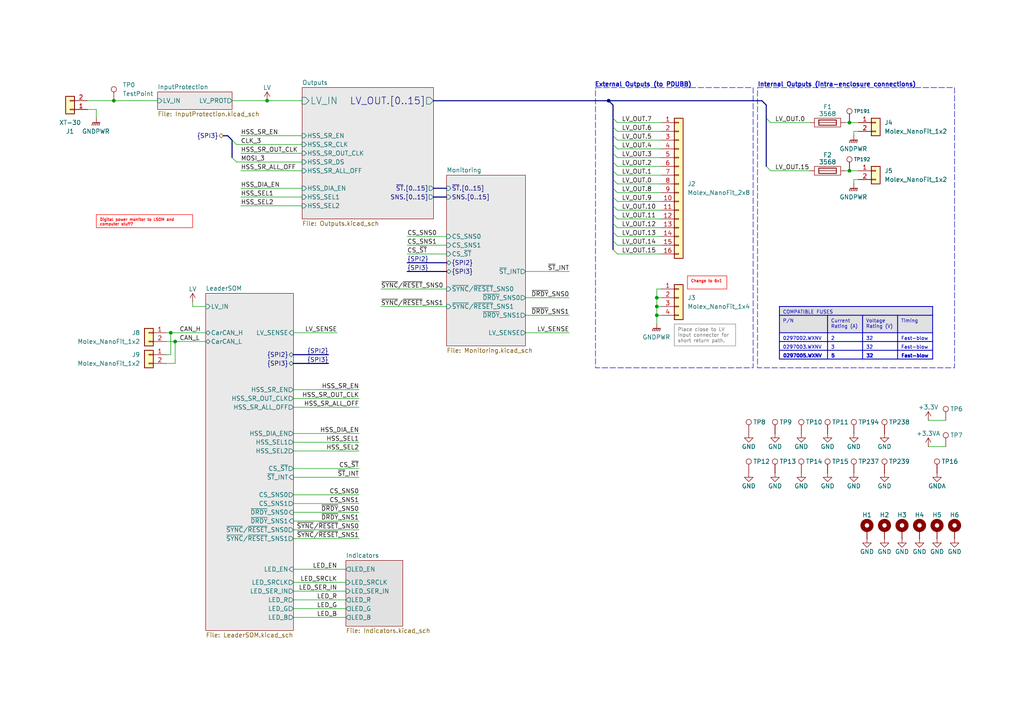
<source format=kicad_sch>
(kicad_sch (version 20250114) (generator "eeschema") (generator_version "9.0")
  (paper "A4")
  (title_block (title "Big Brain Power Distribution Unit (Mk.1)") (rev "0") (company "Longhorn Racing Solar") (comment 1 "Changxu Liu") (comment 4 "In Memory of Wataru Yasueda (2023-2025)"))
  (lib_symbols
    (symbol "Connector:TestPoint" (pin_numbers (hide yes)) (pin_names (offset 0.762) (hide yes))
      (property "Reference" "TP" (at 0 6.858 0))
      (property "Value" "TestPoint" (at 0 5.08 0))
      (symbol "TestPoint_0_1"
        (circle (center 0 3.302) (radius 0.762))
      )
      (symbol "TestPoint_1_1"
        (pin passive line (at 0 0 90) (length 2.54) (name "1") (number "1"))
      )
    )
    (symbol "Mechanical:MountingHole_Pad" (pin_numbers (hide yes)) (pin_names (offset 1.016) (hide yes)) (in_bom no)
      (property "Reference" "H" (at 0 6.35 0))
      (property "Value" "MountingHole_Pad" (at 0 4.445 0))
      (symbol "MountingHole_Pad_0_1"
        (circle (center 0 1.27) (radius 1.27) (stroke (width 1.27)))
      )
      (symbol "MountingHole_Pad_1_1"
        (pin input line (at 0 -2.54 90) (length 2.54) (name "1") (number "1"))
      )
    )
    (symbol "PowerDistributionUnitLib:3568" (pin_numbers (hide yes)) (pin_names (offset 0))
      (property "Reference" "F" (at 0 2.54 0))
      (property "Value" "3568" (at 0 -2.794 0))
      (symbol "3568_0_1"
        (rectangle (start -3.81 1.27) (end 3.81 -1.27))
        (polyline (pts (xy -2.54 0) (xy 2.54 0)))
        (rectangle (start 2.54 -0.762) (end -2.54 0.762) (stroke (width 0.254)))
      )
      (symbol "3568_1_1"
        (pin passive line (at -5.08 0 0) (length 1.27) (name "~") (number "1"))
        (pin passive line (at 5.08 0 180) (length 1.27) (name "~") (number "2"))
      )
    )
    (symbol "PowerDistributionUnitLib:AMASS_XT-30_Vertical" (pin_names (offset 1.016) (hide yes))
      (property "Reference" "J" (at 0 2.54 0))
      (property "Value" "XT-30" (at 0 -5.08 0))
      (symbol "AMASS_XT-30_Vertical_1_1"
        (rectangle (start -1.27 1.27) (end 1.27 -3.81) (stroke (width 0.254)) (fill (type background)))
        (rectangle (start -1.27 0.127) (end 0 -0.127) (stroke (width 0.1524)))
        (rectangle (start -1.27 -2.413) (end 0 -2.667) (stroke (width 0.1524)))
        (pin passive line (at -5.08 0 0) (length 3.81) (name "Pin_1") (number "1"))
        (pin passive line (at -5.08 -2.54 0) (length 3.81) (name "Pin_2") (number "2"))
      )
    )
    (symbol "PowerDistributionUnitLib:Molex_NanoFit_1x2" (pin_names (offset 1.016) (hide yes))
      (property "Reference" "J" (at 0 2.54 0))
      (property "Value" "Molex_NanoFit_1x2" (at 0 -5.08 0))
      (symbol "Molex_NanoFit_1x2_1_1"
        (rectangle (start -1.27 1.27) (end 1.27 -3.81) (stroke (width 0.254)) (fill (type background)))
        (rectangle (start -1.27 0.127) (end 0 -0.127) (stroke (width 0.1524)))
        (rectangle (start -1.27 -2.413) (end 0 -2.667) (stroke (width 0.1524)))
        (pin passive line (at -5.08 0 0) (length 3.81) (name "Pin_1") (number "1"))
        (pin passive line (at -5.08 -2.54 0) (length 3.81) (name "Pin_2") (number "2"))
      )
    )
    (symbol "PowerDistributionUnitLib:Molex_NanoFit_1x4" (pin_names (offset 1.016) (hide yes))
      (property "Reference" "J" (at 0 5.08 0))
      (property "Value" "Molex_NanoFit_1x4" (at 0 -7.62 0))
      (symbol "Molex_NanoFit_1x4_1_1"
        (rectangle (start -1.27 3.81) (end 1.27 -6.35) (stroke (width 0.254)) (fill (type background)))
        (rectangle (start -1.27 2.667) (end 0 2.413) (stroke (width 0.1524)))
        (rectangle (start -1.27 0.127) (end 0 -0.127) (stroke (width 0.1524)))
        (rectangle (start -1.27 -2.413) (end 0 -2.667) (stroke (width 0.1524)))
        (rectangle (start -1.27 -4.953) (end 0 -5.207) (stroke (width 0.1524)))
        (pin passive line (at -5.08 2.54 0) (length 3.81) (name "Pin_1") (number "1"))
        (pin passive line (at -5.08 0 0) (length 3.81) (name "Pin_2") (number "2"))
        (pin passive line (at -5.08 -2.54 0) (length 3.81) (name "Pin_3") (number "3"))
        (pin passive line (at -5.08 -5.08 0) (length 3.81) (name "Pin_4") (number "4"))
      )
    )
    (symbol "PowerDistributionUnitLib:Molex_NanoFit_2x8_Alt" (pin_names (offset 1.016) (hide yes))
      (property "Reference" "J" (at 0 20.32 0))
      (property "Value" "Molex_NanoFit_2x8" (at 0 -22.86 0))
      (symbol "Molex_NanoFit_2x8_Alt_1_1"
        (rectangle (start -1.27 19.05) (end 1.27 -21.59) (stroke (width 0.254)) (fill (type background)))
        (rectangle (start -1.27 17.907) (end 0 17.653) (stroke (width 0.1524)))
        (rectangle (start -1.27 15.367) (end 0 15.113) (stroke (width 0.1524)))
        (rectangle (start -1.27 12.827) (end 0 12.573) (stroke (width 0.1524)))
        (rectangle (start -1.27 10.287) (end 0 10.033) (stroke (width 0.1524)))
        (rectangle (start -1.27 7.747) (end 0 7.493) (stroke (width 0.1524)))
        (rectangle (start -1.27 5.207) (end 0 4.953) (stroke (width 0.1524)))
        (rectangle (start -1.27 2.667) (end 0 2.413) (stroke (width 0.1524)))
        (rectangle (start -1.27 0.127) (end 0 -0.127) (stroke (width 0.1524)))
        (rectangle (start -1.27 -2.413) (end 0 -2.667) (stroke (width 0.1524)))
        (rectangle (start -1.27 -4.953) (end 0 -5.207) (stroke (width 0.1524)))
        (rectangle (start -1.27 -7.493) (end 0 -7.747) (stroke (width 0.1524)))
        (rectangle (start -1.27 -10.033) (end 0 -10.287) (stroke (width 0.1524)))
        (rectangle (start -1.27 -12.573) (end 0 -12.827) (stroke (width 0.1524)))
        (rectangle (start -1.27 -15.113) (end 0 -15.367) (stroke (width 0.1524)))
        (rectangle (start -1.27 -17.653) (end 0 -17.907) (stroke (width 0.1524)))
        (rectangle (start -1.27 -20.193) (end 0 -20.447) (stroke (width 0.1524)))
        (pin passive line (at -5.08 17.78 0) (length 3.81) (name "Pin_1") (number "1"))
        (pin passive line (at -5.08 15.24 0) (length 3.81) (name "Pin_2") (number "2"))
        (pin passive line (at -5.08 12.7 0) (length 3.81) (name "Pin_3") (number "3"))
        (pin passive line (at -5.08 10.16 0) (length 3.81) (name "Pin_4") (number "4"))
        (pin passive line (at -5.08 7.62 0) (length 3.81) (name "Pin_5") (number "5"))
        (pin passive line (at -5.08 5.08 0) (length 3.81) (name "Pin_6") (number "6"))
        (pin passive line (at -5.08 2.54 0) (length 3.81) (name "Pin_7") (number "7"))
        (pin passive line (at -5.08 0 0) (length 3.81) (name "Pin_8") (number "8"))
        (pin passive line (at -5.08 -2.54 0) (length 3.81) (name "Pin_9") (number "9"))
        (pin passive line (at -5.08 -5.08 0) (length 3.81) (name "Pin_10") (number "10"))
        (pin passive line (at -5.08 -7.62 0) (length 3.81) (name "Pin_11") (number "11"))
        (pin passive line (at -5.08 -10.16 0) (length 3.81) (name "Pin_12") (number "12"))
        (pin passive line (at -5.08 -12.7 0) (length 3.81) (name "Pin_13") (number "13"))
        (pin passive line (at -5.08 -15.24 0) (length 3.81) (name "Pin_14") (number "14"))
        (pin passive line (at -5.08 -17.78 0) (length 3.81) (name "Pin_15") (number "15"))
        (pin passive line (at -5.08 -20.32 0) (length 3.81) (name "Pin_16") (number "16"))
      )
    )
    (symbol "power:+24V" (power) (pin_numbers (hide yes)) (pin_names (offset 0) (hide yes))
      (property "Value" "+24V" (at 0 3.556 0))
      (symbol "+24V_0_1"
        (polyline (pts (xy -0.762 1.27) (xy 0 2.54)))
        (polyline (pts (xy 0 2.54) (xy 0.762 1.27)))
        (polyline (pts (xy 0 0) (xy 0 2.54)))
      )
      (symbol "+24V_1_1"
        (pin power_in line (at 0 0 90) (length 0) (name "~") (number "1"))
      )
    )
    (symbol "power:+3.3V" (power) (pin_numbers (hide yes)) (pin_names (offset 0) (hide yes))
      (property "Value" "+3.3V" (at 0 3.556 0))
      (symbol "+3.3V_0_1"
        (polyline (pts (xy -0.762 1.27) (xy 0 2.54)))
        (polyline (pts (xy 0 2.54) (xy 0.762 1.27)))
        (polyline (pts (xy 0 0) (xy 0 2.54)))
      )
      (symbol "+3.3V_1_1"
        (pin power_in line (at 0 0 90) (length 0) (name "~") (number "1"))
      )
    )
    (symbol "power:+3.3VA" (power) (pin_numbers (hide yes)) (pin_names (offset 0) (hide yes))
      (property "Value" "+3.3VA" (at 0 3.556 0))
      (symbol "+3.3VA_0_1"
        (polyline (pts (xy -0.762 1.27) (xy 0 2.54)))
        (polyline (pts (xy 0 2.54) (xy 0.762 1.27)))
        (polyline (pts (xy 0 0) (xy 0 2.54)))
      )
      (symbol "+3.3VA_1_1"
        (pin power_in line (at 0 0 90) (length 0) (name "~") (number "1"))
      )
    )
    (symbol "power:GND" (power) (pin_numbers (hide yes)) (pin_names (offset 0) (hide yes))
      (property "Value" "GND" (at 0 -3.81 0))
      (symbol "GND_0_1"
        (polyline (pts (xy 0 0) (xy 0 -1.27) (xy 1.27 -1.27) (xy 0 -2.54) (xy -1.27 -1.27) (xy 0 -1.27)))
      )
      (symbol "GND_1_1"
        (pin power_in line (at 0 0 270) (length 0) (name "~") (number "1"))
      )
    )
    (symbol "power:GNDA" (power) (pin_numbers (hide yes)) (pin_names (offset 0) (hide yes))
      (property "Value" "GNDA" (at 0 -3.81 0))
      (symbol "GNDA_0_1"
        (polyline (pts (xy 0 0) (xy 0 -1.27) (xy 1.27 -1.27) (xy 0 -2.54) (xy -1.27 -1.27) (xy 0 -1.27)))
      )
      (symbol "GNDA_1_1"
        (pin power_in line (at 0 0 270) (length 0) (name "~") (number "1"))
      )
    )
    (symbol "power:GNDPWR" (power) (pin_numbers (hide yes)) (pin_names (offset 0) (hide yes))
      (property "Value" "GNDPWR" (at 0 -3.302 0))
      (symbol "GNDPWR_0_1"
        (polyline (pts (xy -1.016 -1.27) (xy -1.27 -2.032) (xy -1.27 -2.032)) (stroke (width 0.2032)))
        (polyline (pts (xy -0.508 -1.27) (xy -0.762 -2.032) (xy -0.762 -2.032)) (stroke (width 0.2032)))
        (polyline (pts (xy 0 -1.27) (xy 0 0)))
        (polyline (pts (xy 0 -1.27) (xy -0.254 -2.032) (xy -0.254 -2.032)) (stroke (width 0.2032)))
        (polyline (pts (xy 0.508 -1.27) (xy 0.254 -2.032) (xy 0.254 -2.032)) (stroke (width 0.2032)))
        (polyline (pts (xy 1.016 -1.27) (xy -1.016 -1.27) (xy -1.016 -1.27)) (stroke (width 0.2032)))
        (polyline (pts (xy 1.016 -1.27) (xy 0.762 -2.032) (xy 0.762 -2.032) (xy 0.762 -2.032)) (stroke (width 0.2032)))
      )
      (symbol "GNDPWR_1_1"
        (pin power_in line (at 0 0 270) (length 0) (name "~") (number "1"))
      )
    )
  )
  (rectangle (start 219.71 25.4) (end 276.86 106.68) (stroke (width 0) (type dash)))
  (rectangle (start 172.72 25.4) (end 218.44 106.68) (stroke (width 0) (type dash)))
  (text "Internal Outputs (intra-enclosure connections)" (at 219.71 24.638 0) (effects (font (size 1.27 1.27) (thickness 0.254) (bold yes)) (justify left)))
  (text "External Outputs (to PDUBB)" (at 172.466 24.638 0) (effects (font (size 1.27 1.27) (thickness 0.254) (bold yes)) (justify left)))
  (text_box "Place close to LV input connector for short return path." (at 195.58 93.98 0) (size 17.78 6.35) (margins 0.9525 0.9525 0.9525 0.9525) (stroke (width 0) (color 132 132 132 1)) (effects (font (size 1 1)) (justify left top)))
  (text_box "Digital power monitor to LSOM and computer stuff?" (at 27.94 62.23 0) (size 27.94 3.81) (margins 0.9525 0.9525 0.9525 0.9525) (stroke (width 0) (color 255 0 0 1)) (effects (font (size 0.8 0.8)) (justify left top)))
  (text_box "Change to 6x1" (at 199.39 80.01 0) (size 11.43 3.81) (margins 0.9525 0.9525 0.9525 0.9525) (stroke (width 0) (color 255 0 0 1)) (effects (font (size 0.8 0.8)) (justify left top)))
  (junction (at 176.53 29.21))
  (junction (at 33.02 29.21))
  (junction (at 246.38 49.53))
  (junction (at 77.47 29.21))
  (junction (at 50.8 99.06))
  (junction (at 246.38 35.56))
  (junction (at 49.53 96.52))
  (junction (at 190.5 91.44))
  (junction (at 190.5 86.36))
  (junction (at 190.5 88.9))
  (bus_entry (at 177.8 67.31) (size 1.27 1.27))
  (bus_entry (at 177.8 44.45) (size 1.27 1.27))
  (bus_entry (at 222.25 34.29) (size 1.27 1.27))
  (bus_entry (at 222.25 48.26) (size 1.27 1.27))
  (bus_entry (at 177.8 39.37) (size 1.27 1.27))
  (bus_entry (at 177.8 52.07) (size 1.27 1.27))
  (bus_entry (at 177.8 57.15) (size 1.27 1.27))
  (bus_entry (at 177.8 46.99) (size 1.27 1.27))
  (bus_entry (at 177.8 49.53) (size 1.27 1.27))
  (bus_entry (at 177.8 64.77) (size 1.27 1.27))
  (bus_entry (at 177.8 36.83) (size 1.27 1.27))
  (bus_entry (at 177.8 54.61) (size 1.27 1.27))
  (bus_entry (at 177.8 34.29) (size 1.27 1.27))
  (bus_entry (at 67.31 45.72) (size 1.27 1.27))
  (bus_entry (at 177.8 69.85) (size 1.27 1.27))
  (bus_entry (at 177.8 41.91) (size 1.27 1.27))
  (bus_entry (at 177.8 72.39) (size 1.27 1.27))
  (bus_entry (at 177.8 62.23) (size 1.27 1.27))
  (bus_entry (at 177.8 59.69) (size 1.27 1.27))
  (bus_entry (at 67.31 40.64) (size 1.27 1.27))
  (bus (pts (xy 177.8 54.61) (xy 177.8 57.15)))
  (wire (pts (xy 179.07 71.12) (xy 191.77 71.12)))
  (wire (pts (xy 179.07 73.66) (xy 191.77 73.66)))
  (wire (pts (xy 85.09 128.27) (xy 104.14 128.27)))
  (wire (pts (xy 85.09 125.73) (xy 104.14 125.73)))
  (wire (pts (xy 118.11 73.66) (xy 129.54 73.66)))
  (wire (pts (xy 85.09 146.05) (xy 104.14 146.05)))
  (wire (pts (xy 67.31 29.21) (xy 77.47 29.21)))
  (wire (pts (xy 190.5 88.9) (xy 190.5 91.44)))
  (bus (pts (xy 177.8 49.53) (xy 177.8 52.07)))
  (wire (pts (xy 49.53 96.52) (xy 49.53 102.87)))
  (wire (pts (xy 85.09 148.59) (xy 104.14 148.59)))
  (bus (pts (xy 177.8 69.85) (xy 177.8 72.39)))
  (wire (pts (xy 269.24 121.92) (xy 274.32 121.92)))
  (wire (pts (xy 247.65 52.07) (xy 247.65 53.34)))
  (wire (pts (xy 68.58 46.99) (xy 87.63 46.99)))
  (wire (pts (xy 49.53 96.52) (xy 59.69 96.52)))
  (wire (pts (xy 247.65 38.1) (xy 247.65 39.37)))
  (wire (pts (xy 69.85 49.53) (xy 87.63 49.53)))
  (wire (pts (xy 85.09 165.1) (xy 100.33 165.1)))
  (wire (pts (xy 69.85 39.37) (xy 87.63 39.37)))
  (wire (pts (xy 190.5 83.82) (xy 191.77 83.82)))
  (bus (pts (xy 176.53 29.21) (xy 220.98 29.21)))
  (wire (pts (xy 85.09 143.51) (xy 104.14 143.51)))
  (bus (pts (xy 118.11 78.74) (xy 129.54 78.74)))
  (wire (pts (xy 27.94 31.75) (xy 27.94 34.29)))
  (bus (pts (xy 118.11 76.2) (xy 129.54 76.2)))
  (wire (pts (xy 179.07 45.72) (xy 191.77 45.72)))
  (wire (pts (xy 85.09 115.57) (xy 104.14 115.57)))
  (wire (pts (xy 110.49 83.82) (xy 129.54 83.82)))
  (wire (pts (xy 50.8 99.06) (xy 50.8 105.41)))
  (wire (pts (xy 69.85 44.45) (xy 87.63 44.45)))
  (bus (pts (xy 177.8 62.23) (xy 177.8 64.77)))
  (bus (pts (xy 67.31 40.64) (xy 66.04 39.37)))
  (wire (pts (xy 190.5 86.36) (xy 190.5 88.9)))
  (wire (pts (xy 245.11 49.53) (xy 246.38 49.53)))
  (wire (pts (xy 48.26 99.06) (xy 50.8 99.06)))
  (wire (pts (xy 85.09 113.03) (xy 104.14 113.03)))
  (wire (pts (xy 190.5 86.36) (xy 191.77 86.36)))
  (wire (pts (xy 246.38 35.56) (xy 248.92 35.56)))
  (bus (pts (xy 177.8 39.37) (xy 177.8 41.91)))
  (bus (pts (xy 125.73 29.21) (xy 176.53 29.21)))
  (wire (pts (xy 179.07 48.26) (xy 191.77 48.26)))
  (bus (pts (xy 177.8 30.48) (xy 177.8 34.29)))
  (wire (pts (xy 246.38 49.53) (xy 248.92 49.53)))
  (wire (pts (xy 85.09 151.13) (xy 104.14 151.13)))
  (wire (pts (xy 118.11 68.58) (xy 129.54 68.58)))
  (wire (pts (xy 152.4 91.44) (xy 165.1 91.44)))
  (bus (pts (xy 222.25 34.29) (xy 222.25 48.26)))
  (bus (pts (xy 222.25 30.48) (xy 222.25 34.29)))
  (wire (pts (xy 179.07 68.58) (xy 191.77 68.58)))
  (wire (pts (xy 190.5 91.44) (xy 191.77 91.44)))
  (wire (pts (xy 152.4 78.74) (xy 165.1 78.74)))
  (wire (pts (xy 179.07 55.88) (xy 191.77 55.88)))
  (wire (pts (xy 85.09 96.52) (xy 97.79 96.52)))
  (bus (pts (xy 177.8 64.77) (xy 177.8 67.31)))
  (wire (pts (xy 179.07 50.8) (xy 191.77 50.8)))
  (bus (pts (xy 177.8 36.83) (xy 177.8 39.37)))
  (wire (pts (xy 55.88 88.9) (xy 59.69 88.9)))
  (wire (pts (xy 152.4 96.52) (xy 165.1 96.52)))
  (bus (pts (xy 85.09 102.87) (xy 95.25 102.87)))
  (wire (pts (xy 85.09 171.45) (xy 100.33 171.45)))
  (wire (pts (xy 85.09 153.67) (xy 104.14 153.67)))
  (bus (pts (xy 177.8 57.15) (xy 177.8 59.69)))
  (wire (pts (xy 247.65 38.1) (xy 248.92 38.1)))
  (wire (pts (xy 85.09 130.81) (xy 104.14 130.81)))
  (bus (pts (xy 67.31 40.64) (xy 67.31 45.72)))
  (wire (pts (xy 247.65 52.07) (xy 248.92 52.07)))
  (wire (pts (xy 179.07 60.96) (xy 191.77 60.96)))
  (wire (pts (xy 25.4 31.75) (xy 27.94 31.75)))
  (bus (pts (xy 177.8 41.91) (xy 177.8 44.45)))
  (bus (pts (xy 64.77 39.37) (xy 66.04 39.37)))
  (wire (pts (xy 245.11 35.56) (xy 246.38 35.56)))
  (wire (pts (xy 179.07 58.42) (xy 191.77 58.42)))
  (wire (pts (xy 179.07 35.56) (xy 191.77 35.56)))
  (wire (pts (xy 223.52 35.56) (xy 234.95 35.56)))
  (wire (pts (xy 69.85 57.15) (xy 87.63 57.15)))
  (bus (pts (xy 177.8 67.31) (xy 177.8 69.85)))
  (bus (pts (xy 177.8 44.45) (xy 177.8 46.99)))
  (wire (pts (xy 110.49 88.9) (xy 129.54 88.9)))
  (wire (pts (xy 68.58 41.91) (xy 87.63 41.91)))
  (wire (pts (xy 190.5 83.82) (xy 190.5 86.36)))
  (wire (pts (xy 69.85 54.61) (xy 87.63 54.61)))
  (wire (pts (xy 190.5 91.44) (xy 190.5 93.98)))
  (bus (pts (xy 220.98 29.21) (xy 222.25 30.48)))
  (wire (pts (xy 48.26 105.41) (xy 50.8 105.41)))
  (wire (pts (xy 118.11 71.12) (xy 129.54 71.12)))
  (bus (pts (xy 177.8 46.99) (xy 177.8 49.53)))
  (bus (pts (xy 177.8 52.07) (xy 177.8 54.61)))
  (bus (pts (xy 176.53 29.21) (xy 177.8 30.48)))
  (wire (pts (xy 179.07 43.18) (xy 191.77 43.18)))
  (bus (pts (xy 125.73 54.61) (xy 129.54 54.61)))
  (wire (pts (xy 25.4 29.21) (xy 33.02 29.21)))
  (wire (pts (xy 179.07 63.5) (xy 191.77 63.5)))
  (wire (pts (xy 152.4 86.36) (xy 165.1 86.36)))
  (wire (pts (xy 77.47 29.21) (xy 87.63 29.21)))
  (wire (pts (xy 85.09 176.53) (xy 100.33 176.53)))
  (wire (pts (xy 179.07 53.34) (xy 191.77 53.34)))
  (wire (pts (xy 48.26 96.52) (xy 49.53 96.52)))
  (wire (pts (xy 223.52 49.53) (xy 234.95 49.53)))
  (wire (pts (xy 48.26 102.87) (xy 49.53 102.87)))
  (wire (pts (xy 85.09 173.99) (xy 100.33 173.99)))
  (wire (pts (xy 55.88 87.63) (xy 55.88 88.9)))
  (wire (pts (xy 179.07 40.64) (xy 191.77 40.64)))
  (wire (pts (xy 69.85 59.69) (xy 87.63 59.69)))
  (wire (pts (xy 179.07 66.04) (xy 191.77 66.04)))
  (wire (pts (xy 179.07 38.1) (xy 191.77 38.1)))
  (wire (pts (xy 85.09 156.21) (xy 104.14 156.21)))
  (wire (pts (xy 85.09 118.11) (xy 104.14 118.11)))
  (wire (pts (xy 85.09 138.43) (xy 104.14 138.43)))
  (wire (pts (xy 33.02 29.21) (xy 45.72 29.21)))
  (wire (pts (xy 85.09 135.89) (xy 104.14 135.89)))
  (bus (pts (xy 125.73 57.15) (xy 129.54 57.15)))
  (wire (pts (xy 85.09 168.91) (xy 100.33 168.91)))
  (wire (pts (xy 269.24 129.54) (xy 274.32 129.54)))
  (bus (pts (xy 85.09 105.41) (xy 95.25 105.41)))
  (bus (pts (xy 177.8 34.29) (xy 177.8 36.83)))
  (wire (pts (xy 190.5 88.9) (xy 191.77 88.9)))
  (bus (pts (xy 177.8 59.69) (xy 177.8 62.23)))
  (wire (pts (xy 50.8 99.06) (xy 59.69 99.06)))
  (wire (pts (xy 85.09 179.07) (xy 100.33 179.07)))
  (table (column_count 4) (border (external yes) (header yes)) (separators (rows yes) (cols yes)) (column_widths 13.97 10.16 10.16 10.16) (row_heights 2.54 5.08 2.54 2.54 2.54) (cells (table_cell "COMPATIBLE FUSES" (at 226.06 88.9 0) (size 44.45 2.54) (margins 0.9525 0.9525 0.9525 0.9525) (span 4 1) (fill (type color) (color 225 225 225 1))) (table_cell "rgb(124, 124, 124)" (at 240.03 88.9 0) (size 10.16 2.54) (margins 0.9525 0.9525 0.9525 0.9525) (span 0 0) (fill (type color) (color 225 225 225 1))) (table_cell "rgb(124, 124, 124)" (at 250.19 88.9 0) (size 10.16 2.54) (margins 0.9525 0.9525 0.9525 0.9525) (span 0 0) (fill (type color) (color 225 225 225 1))) (table_cell "rgb(124, 124, 124)" (at 260.35 88.9 0) (size 10.16 2.54) (margins 0.9525 0.9525 0.9525 0.9525) (span 0 0) (fill (type color) (color 225 225 225 1))) (table_cell "P/N" (at 226.06 91.44 0) (size 13.97 5.08) (margins 0.9525 0.9525 0.9525 0.9525) (span 1 1) (fill (type color) (color 225 225 225 1))) (table_cell "Current Rating (A)" (at 240.03 91.44 0) (size 10.16 5.08) (margins 0.9525 0.9525 0.9525 0.9525) (span 1 1) (fill (type color) (color 225 225 225 1))) (table_cell "Voltage Rating (V)" (at 250.19 91.44 0) (size 10.16 5.08) (margins 0.9525 0.9525 0.9525 0.9525) (span 1 1) (fill (type color) (color 225 225 225 1))) (table_cell "Timing" (at 260.35 91.44 0) (size 10.16 5.08) (margins 0.9525 0.9525 0.9525 0.9525) (span 1 1) (fill (type color) (color 225 225 225 1))) (table_cell "0297002.WXNV" (at 226.06 96.52 0) (size 13.97 2.54) (margins 0.9525 0.9525 0.9525 0.9525) (span 1 1)) (table_cell "2" (at 240.03 96.52 0) (size 10.16 2.54) (margins 0.9525 0.9525 0.9525 0.9525) (span 1 1)) (table_cell "32" (at 250.19 96.52 0) (size 10.16 2.54) (margins 0.9525 0.9525 0.9525 0.9525) (span 1 1)) (table_cell "Fast-blow" (at 260.35 96.52 0) (size 10.16 2.54) (margins 0.9525 0.9525 0.9525 0.9525) (span 1 1)) (table_cell "0297003.WXNV" (at 226.06 99.06 0) (size 13.97 2.54) (margins 0.9525 0.9525 0.9525 0.9525) (span 1 1)) (table_cell "3" (at 240.03 99.06 0) (size 10.16 2.54) (margins 0.9525 0.9525 0.9525 0.9525) (span 1 1)) (table_cell "32" (at 250.19 99.06 0) (size 10.16 2.54) (margins 0.9525 0.9525 0.9525 0.9525) (span 1 1)) (table_cell "Fast-blow" (at 260.35 99.06 0) (size 10.16 2.54) (margins 0.9525 0.9525 0.9525 0.9525) (span 1 1)) (table_cell "0297005.WXNV" (at 226.06 101.6 0) (size 13.97 2.54) (margins 0.9525 0.9525 0.9525 0.9525) (span 1 1)) (table_cell "5" (at 240.03 101.6 0) (size 10.16 2.54) (margins 0.9525 0.9525 0.9525 0.9525) (span 1 1)) (table_cell "32" (at 250.19 101.6 0) (size 10.16 2.54) (margins 0.9525 0.9525 0.9525 0.9525) (span 1 1)) (table_cell "Fast-blow" (at 260.35 101.6 0) (size 10.16 2.54) (margins 0.9525 0.9525 0.9525 0.9525) (span 1 1))))
  (label "CAN_H" (at 52.07 96.52 0))
  (label "CS_SNS1" (at 104.14 146.05 180))
  (label "MOSI_3" (at 69.85 46.99 0))
  (label "LED_G" (at 97.79 176.53 180))
  (label "LED_B" (at 97.79 179.07 180))
  (label "LV_SENSE" (at 97.79 96.52 180))
  (label "CS_~{ST}" (at 104.14 135.89 180))
  (label "~{SYNC}{slash}~{RESET}_SNS0" (at 104.14 153.67 180))
  (label "HSS_SR_OUT_CLK" (at 104.14 115.57 180))
  (label "LV_OUT.4" (at 180.34 43.18 0))
  (label "HSS_SR_EN" (at 69.85 39.37 0))
  (label "CS_SNS1" (at 118.11 71.12 0))
  (label "~{ST}_INT" (at 104.14 138.43 180))
  (label "LV_OUT.10" (at 180.34 60.96 0))
  (label "LED_SRCLK" (at 97.79 168.91 180))
  (label "~{SYNC}{slash}~{RESET}_SNS0" (at 110.49 83.82 0))
  (label "HSS_SEL1" (at 104.14 128.27 180))
  (label "HSS_SR_OUT_CLK" (at 69.85 44.45 0))
  (label "LV_OUT.8" (at 180.34 55.88 0))
  (label "HSS_DIA_EN" (at 104.14 125.73 180))
  (label "{SPI2}" (at 118.11 76.2 0))
  (label "LV_OUT.6" (at 180.34 38.1 0))
  (label "~{DRDY}_SNS1" (at 104.14 151.13 180))
  (label "LED_EN" (at 97.79 165.1 180))
  (label "LV_OUT.11" (at 180.34 63.5 0))
  (label "CLK_3" (at 69.85 41.91 0))
  (label "LV_OUT.14" (at 180.34 71.12 0))
  (label "HSS_SEL2" (at 69.85 59.69 0))
  (label "~{DRDY}_SNS0" (at 165.1 86.36 180))
  (label "LV_OUT.5" (at 180.34 40.64 0))
  (label "~{DRDY}_SNS1" (at 165.1 91.44 180))
  (label "LV_OUT.12" (at 180.34 66.04 0))
  (label "LV_OUT.0" (at 224.79 35.56 0))
  (label "HSS_SR_ALL_OFF" (at 104.14 118.11 180))
  (label "LV_OUT.0" (at 180.34 53.34 0))
  (label "~{ST}_INT" (at 165.1 78.74 180))
  (label "HSS_SR_ALL_OFF" (at 69.85 49.53 0))
  (label "~{DRDY}_SNS0" (at 104.14 148.59 180))
  (label "CAN_L" (at 52.07 99.06 0))
  (label "LV_OUT.2" (at 180.34 48.26 0))
  (label "LV_OUT.1" (at 180.34 50.8 0))
  (label "LV_OUT.3" (at 180.34 45.72 0))
  (label "CS_~{ST}" (at 118.11 73.66 0))
  (label "LED_R" (at 97.79 173.99 180))
  (label "LED_SER_IN" (at 97.79 171.45 180))
  (label "~{SYNC}{slash}~{RESET}_SNS1" (at 104.14 156.21 180))
  (label "LV_OUT.15" (at 180.34 73.66 0))
  (label "HSS_DIA_EN" (at 69.85 54.61 0))
  (label "LV_OUT.13" (at 180.34 68.58 0))
  (label "{SPI3}" (at 118.11 78.74 0))
  (label "~{SYNC}{slash}~{RESET}_SNS1" (at 110.49 88.9 0))
  (label "LV_SENSE" (at 165.1 96.52 180))
  (label "LV_OUT.7" (at 180.34 35.56 0))
  (label "CS_SNS0" (at 104.14 143.51 180))
  (label "{SPI3}" (at 95.25 105.41 180))
  (label "HSS_SR_EN" (at 104.14 113.03 180))
  (label "HSS_SEL1" (at 69.85 57.15 0))
  (label "CS_SNS0" (at 118.11 68.58 0))
  (label "HSS_SEL2" (at 104.14 130.81 180))
  (label "{SPI2}" (at 95.25 102.87 180))
  (label "LV_OUT.15" (at 224.79 49.53 0))
  (label "LV_OUT.9" (at 180.34 58.42 0))
  (hierarchical_label "{SPI3}" (shape bidirectional) (at 64.77 39.37 180))
  (symbol (lib_id "Connector:TestPoint") (at 247.65 125.73 0) (unit 1) (in_bom no)
    (property "Reference" "TP194" (at 248.92 122.428 0) (effects (justify left)))
    (property "Value" "TestPoint" (effects (hide yes)))
    (property "Footprint" "Connector_PinHeader_2.54mm:PinHeader_1x01_P2.54mm_Vertical" (effects (hide yes)))
    (property "Description" "test point" (effects (hide yes)))
  )
  (symbol (lib_id "power:GNDA") (at 271.78 137.16 0) (unit 1)
    (property "Reference" "#PWR035" (effects (hide yes)))
    (property "Value" "GNDA" (at 271.78 140.97 0))
    (property "Description" "Power symbol creates a global label with name \"GNDA\" , analog ground" (effects (hide yes)))
  )
  (symbol (lib_id "Connector:TestPoint") (at 217.17 137.16 0) (unit 1) (in_bom no)
    (property "Reference" "TP12" (at 218.44 133.858 0) (effects (justify left)))
    (property "Value" "TestPoint" (effects (hide yes)))
    (property "Footprint" "Connector_PinHeader_2.54mm:PinHeader_1x01_P2.54mm_Vertical" (effects (hide yes)))
    (property "Description" "test point" (effects (hide yes)))
  )
  (symbol (lib_id "power:GNDPWR") (at 247.65 53.34 0) (unit 1)
    (property "Reference" "#PWR0461" (effects (hide yes)))
    (property "Value" "GNDPWR" (at 247.523 57.15 0))
    (property "Description" "Power symbol creates a global label with name \"GNDPWR\" , global ground" (effects (hide yes)))
  )
  (symbol (lib_id "PowerDistributionUnitLib:Molex_NanoFit_2x8_Alt") (at 196.85 53.34 0) (unit 1)
    (property "Reference" "J2" (at 199.39 53.3399 0) (effects (justify left)))
    (property "Value" "Molex_NanoFit_2x8" (at 199.39 55.8799 0) (effects (justify left)))
    (property "Footprint" "PowerDistributionUnitLib:CONN_SD-105312-100_16_MOL" (effects (hide yes)))
    (property "Datasheet" "kicad-embed://1053121116.pdf" (effects (hide yes)))
    (property "Description" "Generic connector, single row, 01x16, script generated (kicad-library-utils/schlib/autogen/connector/)" (effects (hide yes)))
    (property "P/N" "1053121116" (effects (hide yes)))
    (property "Mouser P/N" "538-105312-1116" (effects (hide yes)))
    (property "Digikey P/N" "WM16941-ND" (effects (hide yes)))
  )
  (symbol (lib_id "Connector:TestPoint") (at 240.03 125.73 0) (unit 1) (in_bom no)
    (property "Reference" "TP11" (at 241.3 122.428 0) (effects (justify left)))
    (property "Value" "TestPoint" (effects (hide yes)))
    (property "Footprint" "Connector_PinHeader_2.54mm:PinHeader_1x01_P2.54mm_Vertical" (effects (hide yes)))
    (property "Description" "test point" (effects (hide yes)))
  )
  (symbol (lib_id "Connector:TestPoint") (at 247.65 137.16 0) (unit 1) (in_bom no)
    (property "Reference" "TP237" (at 248.92 133.858 0) (effects (justify left)))
    (property "Value" "TestPoint" (effects (hide yes)))
    (property "Footprint" "Connector_PinHeader_2.54mm:PinHeader_1x01_P2.54mm_Vertical" (effects (hide yes)))
    (property "Description" "test point" (effects (hide yes)))
  )
  (symbol (lib_id "Connector:TestPoint") (at 224.79 125.73 0) (unit 1) (in_bom no)
    (property "Reference" "TP9" (at 226.06 122.428 0) (effects (justify left)))
    (property "Value" "TestPoint" (effects (hide yes)))
    (property "Footprint" "Connector_PinHeader_2.54mm:PinHeader_1x01_P2.54mm_Vertical" (effects (hide yes)))
    (property "Description" "test point" (effects (hide yes)))
  )
  (symbol (lib_id "Connector:TestPoint") (at 217.17 125.73 0) (unit 1) (in_bom no)
    (property "Reference" "TP8" (at 218.44 122.428 0) (effects (justify left)))
    (property "Value" "TestPoint" (effects (hide yes)))
    (property "Footprint" "Connector_PinHeader_2.54mm:PinHeader_1x01_P2.54mm_Vertical" (effects (hide yes)))
    (property "Description" "test point" (effects (hide yes)))
  )
  (symbol (lib_id "power:+24V") (at 55.88 87.63 0) (unit 1)
    (property "Reference" "#PWR0476" (effects (hide yes)))
    (property "Value" "LV" (at 55.88 83.82 0))
    (property "Description" "Power symbol creates a global label with name \"+24V\"" (effects (hide yes)))
  )
  (symbol (lib_id "Connector:TestPoint") (at 256.54 137.16 0) (unit 1) (in_bom no)
    (property "Reference" "TP239" (at 257.81 133.858 0) (effects (justify left)))
    (property "Value" "TestPoint" (effects (hide yes)))
    (property "Footprint" "Connector_PinHeader_2.54mm:PinHeader_1x01_P2.54mm_Vertical" (effects (hide yes)))
    (property "Description" "test point" (effects (hide yes)))
  )
  (symbol (lib_id "power:GND") (at 247.65 125.73 0) (unit 1)
    (property "Reference" "#PWR089" (effects (hide yes)))
    (property "Value" "GND" (at 247.65 129.54 0))
    (property "Description" "Power symbol creates a global label with name \"GND\" , ground" (effects (hide yes)))
  )
  (symbol (lib_id "power:GND") (at 224.79 137.16 0) (unit 1)
    (property "Reference" "#PWR031" (effects (hide yes)))
    (property "Value" "GND" (at 224.79 140.97 0))
    (property "Description" "Power symbol creates a global label with name \"GND\" , ground" (effects (hide yes)))
  )
  (symbol (lib_id "power:GND") (at 256.54 156.21 0) (unit 1)
    (property "Reference" "#PWR0481" (effects (hide yes)))
    (property "Value" "GND" (at 256.54 160.02 0))
    (property "Description" "Power symbol creates a global label with name \"GND\" , ground" (effects (hide yes)))
  )
  (symbol (lib_id "Connector:TestPoint") (at 232.41 125.73 0) (unit 1) (in_bom no)
    (property "Reference" "TP10" (at 233.68 122.428 0) (effects (justify left)))
    (property "Value" "TestPoint" (effects (hide yes)))
    (property "Footprint" "Connector_PinHeader_2.54mm:PinHeader_1x01_P2.54mm_Vertical" (effects (hide yes)))
    (property "Description" "test point" (effects (hide yes)))
  )
  (symbol (lib_id "Connector:TestPoint") (at 271.78 137.16 0) (unit 1) (in_bom no)
    (property "Reference" "TP16" (at 273.05 133.858 0) (effects (justify left)))
    (property "Value" "TestPoint" (effects (hide yes)))
    (property "Footprint" "Connector_PinHeader_2.54mm:PinHeader_1x01_P2.54mm_Vertical" (effects (hide yes)))
    (property "Description" "test point" (effects (hide yes)))
  )
  (symbol (lib_id "power:GND") (at 217.17 125.73 0) (unit 1)
    (property "Reference" "#PWR026" (effects (hide yes)))
    (property "Value" "GND" (at 217.17 129.54 0))
    (property "Description" "Power symbol creates a global label with name \"GND\" , ground" (effects (hide yes)))
  )
  (symbol (lib_id "Mechanical:MountingHole_Pad") (at 276.86 153.67 0) (unit 1) (in_bom no)
    (property "Reference" "H6" (at 276.86 149.352 0))
    (property "Value" "MountingHole_Pad" (effects (hide yes)))
    (property "Footprint" "MountingHole:MountingHole_3.2mm_M3_Pad" (effects (hide yes)))
    (property "Description" "Mounting Hole with connection" (effects (hide yes)))
  )
  (symbol (lib_id "power:GND") (at 261.62 156.21 0) (unit 1)
    (property "Reference" "#PWR0482" (effects (hide yes)))
    (property "Value" "GND" (at 261.62 160.02 0))
    (property "Description" "Power symbol creates a global label with name \"GND\" , ground" (effects (hide yes)))
  )
  (symbol (lib_id "Connector:TestPoint") (at 232.41 137.16 0) (unit 1) (in_bom no)
    (property "Reference" "TP14" (at 233.68 133.858 0) (effects (justify left)))
    (property "Value" "TestPoint" (effects (hide yes)))
    (property "Footprint" "Connector_PinHeader_2.54mm:PinHeader_1x01_P2.54mm_Vertical" (effects (hide yes)))
    (property "Description" "test point" (effects (hide yes)))
  )
  (symbol (lib_id "PowerDistributionUnitLib:3568") (at 240.03 35.56 0) (unit 1)
    (property "Reference" "F1" (at 240.03 30.988 0))
    (property "Value" "3568" (at 240.03 33.02 0))
    (property "Footprint" "Fuse:Fuseholder_Blade_Mini_Keystone_3568" (effects (hide yes)))
    (property "Datasheet" "kicad-embed://3568.PDF" (effects (hide yes)))
    (property "Description" "Fuse Holder" (effects (hide yes)))
    (property "P/N" "3568" (effects (hide yes)))
    (property "Mouser P/N" "534-3568" (effects (hide yes)))
    (property "Digikey P/N" "36-3568-ND" (effects (hide yes)))
  )
  (symbol (lib_id "PowerDistributionUnitLib:3568") (at 240.03 49.53 0) (unit 1)
    (property "Reference" "F2" (at 240.03 44.958 0))
    (property "Value" "3568" (at 240.03 46.99 0))
    (property "Footprint" "Fuse:Fuseholder_Blade_Mini_Keystone_3568" (effects (hide yes)))
    (property "Datasheet" "kicad-embed://3568.PDF" (effects (hide yes)))
    (property "Description" "Fuse Holder" (effects (hide yes)))
    (property "P/N" "3568" (effects (hide yes)))
    (property "Mouser P/N" "534-3568" (effects (hide yes)))
    (property "Digikey P/N" "36-3568-ND" (effects (hide yes)))
  )
  (symbol (lib_id "PowerDistributionUnitLib:Molex_NanoFit_1x2") (at 254 49.53 0) (unit 1)
    (property "Reference" "J5" (at 256.54 49.5299 0) (effects (justify left)))
    (property "Value" "Molex_NanoFit_1x2" (at 256.54 52.0699 0) (effects (justify left)))
    (property "Footprint" "PowerDistributionUnitLib:CONN_SD-105309-100_02_MOL" (effects (hide yes)))
    (property "Datasheet" "kicad-embed://1053091102.pdf" (effects (hide yes)))
    (property "Description" "Generic connector, single row, 01x02, script generated (kicad-library-utils/schlib/autogen/connector/)" (effects (hide yes)))
    (property "P/N" "1053091102" (effects (hide yes)))
    (property "Mouser P/N" "538-105309-1102" (effects (hide yes)))
    (property "Digikey P/N" "WM16865-ND" (effects (hide yes)))
  )
  (symbol (lib_id "power:GND") (at 276.86 156.21 0) (unit 1)
    (property "Reference" "#PWR0511" (effects (hide yes)))
    (property "Value" "GND" (at 276.86 160.02 0))
    (property "Description" "Power symbol creates a global label with name \"GND\" , ground" (effects (hide yes)))
  )
  (symbol (lib_id "power:GNDPWR") (at 27.94 34.29 0) (unit 1)
    (property "Reference" "#PWR01" (effects (hide yes)))
    (property "Value" "GNDPWR" (at 27.813 38.1 0))
    (property "Description" "Power symbol creates a global label with name \"GNDPWR\" , global ground" (effects (hide yes)))
  )
  (symbol (lib_id "Connector:TestPoint") (at 256.54 125.73 0) (unit 1) (in_bom no)
    (property "Reference" "TP238" (at 257.81 122.428 0) (effects (justify left)))
    (property "Value" "TestPoint" (effects (hide yes)))
    (property "Footprint" "Connector_PinHeader_2.54mm:PinHeader_1x01_P2.54mm_Vertical" (effects (hide yes)))
    (property "Description" "test point" (effects (hide yes)))
  )
  (symbol (lib_id "PowerDistributionUnitLib:Molex_NanoFit_1x2") (at 43.18 102.87 0) (mirror y) (unit 1)
    (property "Reference" "J9" (at 40.64 102.8699 0) (effects (justify left)))
    (property "Value" "Molex_NanoFit_1x2" (at 40.64 105.4099 0) (effects (justify left)))
    (property "Footprint" "PowerDistributionUnitLib:CONN_SD-105309-100_02_MOL" (effects (hide yes)))
    (property "Datasheet" "kicad-embed://1053091102.pdf" (effects (hide yes)))
    (property "Description" "Generic connector, single row, 01x02, script generated (kicad-library-utils/schlib/autogen/connector/)" (effects (hide yes)))
    (property "P/N" "1053091102" (effects (hide yes)))
    (property "Mouser P/N" "538-105309-1102" (effects (hide yes)))
    (property "Digikey P/N" "WM16865-ND" (effects (hide yes)))
  )
  (symbol (lib_id "power:GND") (at 271.78 156.21 0) (unit 1)
    (property "Reference" "#PWR0510" (effects (hide yes)))
    (property "Value" "GND" (at 271.78 160.02 0))
    (property "Description" "Power symbol creates a global label with name \"GND\" , ground" (effects (hide yes)))
  )
  (symbol (lib_id "power:GND") (at 266.7 156.21 0) (unit 1)
    (property "Reference" "#PWR0483" (effects (hide yes)))
    (property "Value" "GND" (at 266.7 160.02 0))
    (property "Description" "Power symbol creates a global label with name \"GND\" , ground" (effects (hide yes)))
  )
  (symbol (lib_id "power:GND") (at 217.17 137.16 0) (unit 1)
    (property "Reference" "#PWR030" (effects (hide yes)))
    (property "Value" "GND" (at 217.17 140.97 0))
    (property "Description" "Power symbol creates a global label with name \"GND\" , ground" (effects (hide yes)))
  )
  (symbol (lib_id "power:GND") (at 240.03 137.16 0) (unit 1)
    (property "Reference" "#PWR033" (effects (hide yes)))
    (property "Value" "GND" (at 240.03 140.97 0))
    (property "Description" "Power symbol creates a global label with name \"GND\" , ground" (effects (hide yes)))
  )
  (symbol (lib_id "Connector:TestPoint") (at 224.79 137.16 0) (unit 1) (in_bom no)
    (property "Reference" "TP13" (at 226.06 133.858 0) (effects (justify left)))
    (property "Value" "TestPoint" (effects (hide yes)))
    (property "Footprint" "Connector_PinHeader_2.54mm:PinHeader_1x01_P2.54mm_Vertical" (effects (hide yes)))
    (property "Description" "test point" (effects (hide yes)))
  )
  (symbol (lib_id "power:GNDPWR") (at 190.5 93.98 0) (unit 1)
    (property "Reference" "#PWR0459" (effects (hide yes)))
    (property "Value" "GNDPWR" (at 190.373 97.79 0))
    (property "Description" "Power symbol creates a global label with name \"GNDPWR\" , global ground" (effects (hide yes)))
  )
  (symbol (lib_id "Connector:TestPoint") (at 246.38 49.53 0) (unit 1) (in_bom no)
    (property "Reference" "TP192" (at 247.65 46.228 0) (effects (font (size 1 1)) (justify left)))
    (property "Value" "TestPoint" (effects (hide yes)))
    (property "Footprint" "Connector_PinHeader_2.54mm:PinHeader_1x01_P2.54mm_Vertical" (effects (hide yes)))
    (property "Description" "test point" (effects (hide yes)))
  )
  (symbol (lib_id "power:GNDPWR") (at 247.65 39.37 0) (unit 1)
    (property "Reference" "#PWR0460" (effects (hide yes)))
    (property "Value" "GNDPWR" (at 247.523 43.18 0))
    (property "Description" "Power symbol creates a global label with name \"GNDPWR\" , global ground" (effects (hide yes)))
  )
  (symbol (lib_id "PowerDistributionUnitLib:AMASS_XT-30_Vertical") (at 20.32 31.75 180) (unit 1)
    (property "Reference" "J1" (at 20.32 38.1 0))
    (property "Value" "XT-30" (at 20.32 35.56 0))
    (property "Footprint" "UTSVT_Connectors:AMASS_XT30UPB-M_1x02_P5.0mm_Vertical" (effects (hide yes)))
    (property "Datasheet" "kicad-embed://XT30PB-M.pdf" (effects (hide yes)))
    (property "Description" "Generic connector, single row, 01x02, script generated (kicad-library-utils/schlib/autogen/connector/)" (effects (hide yes)))
    (property "P/N" "XT-30" (effects (hide yes)))
  )
  (symbol (lib_id "power:GND") (at 232.41 137.16 0) (unit 1)
    (property "Reference" "#PWR032" (effects (hide yes)))
    (property "Value" "GND" (at 232.41 140.97 0))
    (property "Description" "Power symbol creates a global label with name \"GND\" , ground" (effects (hide yes)))
  )
  (symbol (lib_id "power:GND") (at 232.41 125.73 0) (unit 1)
    (property "Reference" "#PWR028" (effects (hide yes)))
    (property "Value" "GND" (at 232.41 129.54 0))
    (property "Description" "Power symbol creates a global label with name \"GND\" , ground" (effects (hide yes)))
  )
  (symbol (lib_id "power:+24V") (at 77.47 29.21 0) (unit 1)
    (property "Reference" "#PWR09" (effects (hide yes)))
    (property "Value" "LV" (at 77.47 25.4 0))
    (property "Description" "Power symbol creates a global label with name \"+24V\"" (effects (hide yes)))
  )
  (symbol (lib_id "power:GND") (at 247.65 137.16 0) (unit 1)
    (property "Reference" "#PWR090" (effects (hide yes)))
    (property "Value" "GND" (at 247.65 140.97 0))
    (property "Description" "Power symbol creates a global label with name \"GND\" , ground" (effects (hide yes)))
  )
  (symbol (lib_id "Connector:TestPoint") (at 274.32 129.54 0) (unit 1) (in_bom no)
    (property "Reference" "TP7" (at 275.59 126.238 0) (effects (justify left)))
    (property "Value" "TestPoint" (effects (hide yes)))
    (property "Footprint" "Connector_PinHeader_2.54mm:PinHeader_1x01_P2.54mm_Vertical" (effects (hide yes)))
    (property "Description" "test point" (effects (hide yes)))
  )
  (symbol (lib_id "Mechanical:MountingHole_Pad") (at 256.54 153.67 0) (unit 1) (in_bom no)
    (property "Reference" "H2" (at 256.54 149.352 0))
    (property "Value" "MountingHole_Pad" (effects (hide yes)))
    (property "Footprint" "MountingHole:MountingHole_3.2mm_M3_Pad" (effects (hide yes)))
    (property "Description" "Mounting Hole with connection" (effects (hide yes)))
  )
  (symbol (lib_id "Connector:TestPoint") (at 240.03 137.16 0) (unit 1) (in_bom no)
    (property "Reference" "TP15" (at 241.3 133.858 0) (effects (justify left)))
    (property "Value" "TestPoint" (effects (hide yes)))
    (property "Footprint" "Connector_PinHeader_2.54mm:PinHeader_1x01_P2.54mm_Vertical" (effects (hide yes)))
    (property "Description" "test point" (effects (hide yes)))
  )
  (symbol (lib_id "Mechanical:MountingHole_Pad") (at 271.78 153.67 0) (unit 1) (in_bom no)
    (property "Reference" "H5" (at 271.78 149.352 0))
    (property "Value" "MountingHole_Pad" (effects (hide yes)))
    (property "Footprint" "MountingHole:MountingHole_3.2mm_M3_Pad" (effects (hide yes)))
    (property "Description" "Mounting Hole with connection" (effects (hide yes)))
  )
  (symbol (lib_id "PowerDistributionUnitLib:Molex_NanoFit_1x2") (at 254 35.56 0) (unit 1)
    (property "Reference" "J4" (at 256.54 35.5599 0) (effects (justify left)))
    (property "Value" "Molex_NanoFit_1x2" (at 256.54 38.0999 0) (effects (justify left)))
    (property "Footprint" "PowerDistributionUnitLib:CONN_SD-105309-100_02_MOL" (effects (hide yes)))
    (property "Datasheet" "kicad-embed://1053091102.pdf" (effects (hide yes)))
    (property "Description" "Generic connector, single row, 01x02, script generated (kicad-library-utils/schlib/autogen/connector/)" (effects (hide yes)))
    (property "P/N" "1053091102" (effects (hide yes)))
    (property "Mouser P/N" "538-105309-1102" (effects (hide yes)))
    (property "Digikey P/N" "WM16865-ND" (effects (hide yes)))
  )
  (symbol (lib_id "PowerDistributionUnitLib:Molex_NanoFit_1x2") (at 43.18 96.52 0) (mirror y) (unit 1)
    (property "Reference" "J8" (at 40.64 96.5199 0) (effects (justify left)))
    (property "Value" "Molex_NanoFit_1x2" (at 40.64 99.0599 0) (effects (justify left)))
    (property "Footprint" "PowerDistributionUnitLib:CONN_SD-105309-100_02_MOL" (effects (hide yes)))
    (property "Datasheet" "kicad-embed://1053091102.pdf" (effects (hide yes)))
    (property "Description" "Generic connector, single row, 01x02, script generated (kicad-library-utils/schlib/autogen/connector/)" (effects (hide yes)))
    (property "P/N" "1053091102" (effects (hide yes)))
    (property "Mouser P/N" "538-105309-1102" (effects (hide yes)))
    (property "Digikey P/N" "WM16865-ND" (effects (hide yes)))
  )
  (symbol (lib_id "Connector:TestPoint") (at 274.32 121.92 0) (unit 1) (in_bom no)
    (property "Reference" "TP6" (at 275.59 118.618 0) (effects (justify left)))
    (property "Value" "TestPoint" (effects (hide yes)))
    (property "Footprint" "Connector_PinHeader_2.54mm:PinHeader_1x01_P2.54mm_Vertical" (effects (hide yes)))
    (property "Description" "test point" (effects (hide yes)))
  )
  (symbol (lib_id "Mechanical:MountingHole_Pad") (at 261.62 153.67 0) (unit 1) (in_bom no)
    (property "Reference" "H3" (at 261.62 149.352 0))
    (property "Value" "MountingHole_Pad" (effects (hide yes)))
    (property "Footprint" "MountingHole:MountingHole_3.2mm_M3_Pad" (effects (hide yes)))
    (property "Description" "Mounting Hole with connection" (effects (hide yes)))
  )
  (symbol (lib_id "power:GND") (at 256.54 137.16 0) (unit 1)
    (property "Reference" "#PWR093" (effects (hide yes)))
    (property "Value" "GND" (at 256.54 140.97 0))
    (property "Description" "Power symbol creates a global label with name \"GND\" , ground" (effects (hide yes)))
  )
  (symbol (lib_id "power:+3.3VA") (at 269.24 129.54 0) (unit 1)
    (property "Reference" "#PWR025" (effects (hide yes)))
    (property "Value" "+3.3VA" (at 269.24 125.73 0))
    (property "Description" "Power symbol creates a global label with name \"+3.3VA\"" (effects (hide yes)))
  )
  (symbol (lib_id "Mechanical:MountingHole_Pad") (at 266.7 153.67 0) (unit 1) (in_bom no)
    (property "Reference" "H4" (at 266.7 149.352 0))
    (property "Value" "MountingHole_Pad" (effects (hide yes)))
    (property "Footprint" "MountingHole:MountingHole_3.2mm_M3_Pad" (effects (hide yes)))
    (property "Description" "Mounting Hole with connection" (effects (hide yes)))
  )
  (symbol (lib_id "power:GND") (at 251.46 156.21 0) (unit 1)
    (property "Reference" "#PWR0480" (effects (hide yes)))
    (property "Value" "GND" (at 251.46 160.02 0))
    (property "Description" "Power symbol creates a global label with name \"GND\" , ground" (effects (hide yes)))
  )
  (symbol (lib_id "power:GND") (at 256.54 125.73 0) (unit 1)
    (property "Reference" "#PWR092" (effects (hide yes)))
    (property "Value" "GND" (at 256.54 129.54 0))
    (property "Description" "Power symbol creates a global label with name \"GND\" , ground" (effects (hide yes)))
  )
  (symbol (lib_id "Mechanical:MountingHole_Pad") (at 251.46 153.67 0) (unit 1) (in_bom no)
    (property "Reference" "H1" (at 251.46 149.352 0))
    (property "Value" "MountingHole_Pad" (effects (hide yes)))
    (property "Footprint" "MountingHole:MountingHole_3.2mm_M3_Pad" (effects (hide yes)))
    (property "Description" "Mounting Hole with connection" (effects (hide yes)))
  )
  (symbol (lib_id "Connector:TestPoint") (at 33.02 29.21 0) (unit 1) (in_bom no)
    (property "Reference" "TP0" (at 35.56 24.6379 0) (effects (justify left)))
    (property "Value" "TestPoint" (at 35.56 27.1779 0) (effects (justify left)))
    (property "Footprint" "Connector_PinHeader_2.54mm:PinHeader_1x01_P2.54mm_Vertical" (effects (hide yes)))
    (property "Description" "test point" (effects (hide yes)))
  )
  (symbol (lib_id "Connector:TestPoint") (at 246.38 35.56 0) (unit 1) (in_bom no)
    (property "Reference" "TP191" (at 247.65 32.258 0) (effects (font (size 1 1)) (justify left)))
    (property "Value" "TestPoint" (effects (hide yes)))
    (property "Footprint" "Connector_PinHeader_2.54mm:PinHeader_1x01_P2.54mm_Vertical" (effects (hide yes)))
    (property "Description" "test point" (effects (hide yes)))
  )
  (symbol (lib_id "PowerDistributionUnitLib:Molex_NanoFit_1x4") (at 196.85 86.36 0) (unit 1)
    (property "Reference" "J3" (at 199.39 86.3599 0) (effects (justify left)))
    (property "Value" "Molex_NanoFit_1x4" (at 199.39 88.8999 0) (effects (justify left)))
    (property "Footprint" "PowerDistributionUnitLib:CONN_SD-105309-100_04_MOL" (effects (hide yes)))
    (property "Datasheet" "kicad-embed://1053121116.stp" (effects (hide yes)))
    (property "Description" "Generic connector, single row, 01x04, script generated (kicad-library-utils/schlib/autogen/connector/)" (effects (hide yes)))
    (property "P/N" "105309-1104" (effects (hide yes)))
    (property "Mouser P/N" "538-105309-1104" (effects (hide yes)))
  )
  (symbol (lib_id "power:GND") (at 240.03 125.73 0) (unit 1)
    (property "Reference" "#PWR029" (effects (hide yes)))
    (property "Value" "GND" (at 240.03 129.54 0))
    (property "Description" "Power symbol creates a global label with name \"GND\" , ground" (effects (hide yes)))
  )
  (symbol (lib_id "power:GND") (at 224.79 125.73 0) (unit 1)
    (property "Reference" "#PWR027" (effects (hide yes)))
    (property "Value" "GND" (at 224.79 129.54 0))
    (property "Description" "Power symbol creates a global label with name \"GND\" , ground" (effects (hide yes)))
  )
  (symbol (lib_id "power:+3.3V") (at 269.24 121.92 0) (unit 1)
    (property "Reference" "#PWR023" (effects (hide yes)))
    (property "Value" "+3.3V" (at 269.24 118.11 0))
    (property "Description" "Power symbol creates a global label with name \"+3.3V\"" (effects (hide yes)))
  )
  (sheet (at 100.33 162.56) (size 16.51 19.05) (stroke (width 0.1524)) (fill (color 225 225 225 1.0000))
    (property "Sheetname" "Indicators" (at 100.33 161.8484 0) (effects (justify left bottom)))
    (property "Sheetfile" "Indicators.kicad_sch" (at 100.33 182.1946 0) (effects (justify left top)))
    (pin "LED_B" output (at 100.33 179.07 180))
    (pin "LED_G" output (at 100.33 176.53 180))
    (pin "LED_R" output (at 100.33 173.99 180))
    (pin "LED_SER_IN" input (at 100.33 171.45 180))
    (pin "LED_SRCLK" input (at 100.33 168.91 180))
    (pin "LED_EN" output (at 100.33 165.1 180))
  )
  (sheet (at 45.72 26.67) (size 21.59 5.08) (stroke (width 0.1524)) (fill (color 233 233 233 1.0000))
    (property "Sheetname" "InputProtection" (at 45.72 25.9584 0) (effects (justify left bottom)))
    (property "Sheetfile" "InputProtection.kicad_sch" (at 45.72 32.3346 0) (effects (justify left top)))
    (pin "LV_PROT" output (at 67.31 29.21 0))
    (pin "LV_IN" input (at 45.72 29.21 180))
  )
  (sheet (at 129.54 50.8) (size 22.86 49.53) (stroke (width 0.1524)) (fill (color 233 233 233 1.0000))
    (property "Sheetname" "Monitoring" (at 129.54 50.0884 0) (effects (justify left bottom)))
    (property "Sheetfile" "Monitoring.kicad_sch" (at 129.54 100.9146 0) (effects (justify left top)))
    (pin "CS_SNS1" input (at 129.54 71.12 180))
    (pin "SNS.[0..15]" input (at 129.54 57.15 180))
    (pin "{SPI2}" bidirectional (at 129.54 76.2 180))
    (pin "{SPI3}" bidirectional (at 129.54 78.74 180))
    (pin "~{DRDY}_SNS0" output (at 152.4 86.36 0))
    (pin "~{DRDY}_SNS1" output (at 152.4 91.44 0))
    (pin "~{ST}.[0..15]" input (at 129.54 54.61 180))
    (pin "~{ST}_INT" output (at 152.4 78.74 0))
    (pin "~{SYNC}{slash}~{RESET}_SNS0" input (at 129.54 83.82 180))
    (pin "~{SYNC}{slash}~{RESET}_SNS1" input (at 129.54 88.9 180))
    (pin "CS_SNS0" input (at 129.54 68.58 180))
    (pin "CS_~{ST}" input (at 129.54 73.66 180))
    (pin "LV_SENSE" output (at 152.4 96.52 0))
  )
  (sheet (at 59.69 85.09) (size 25.4 97.79) (stroke (width 0.1524)) (fill (color 233 233 233 1.0000))
    (property "Sheetname" "LeaderSOM" (at 59.69 84.3784 0) (effects (justify left bottom)))
    (property "Sheetfile" "LeaderSOM.kicad_sch" (at 59.69 183.4646 0) (effects (justify left top)))
    (pin "CarCAN_H" bidirectional (at 59.69 96.52 180))
    (pin "CarCAN_L" bidirectional (at 59.69 99.06 180))
    (pin "CS_SNS0" output (at 85.09 143.51 0))
    (pin "CS_~{ST}" output (at 85.09 135.89 0))
    (pin "HSS_DIA_EN" output (at 85.09 125.73 0))
    (pin "HSS_SR_ALL_OFF" output (at 85.09 118.11 0))
    (pin "HSS_SR_EN" output (at 85.09 113.03 0))
    (pin "HSS_SR_OUT_CLK" output (at 85.09 115.57 0))
    (pin "LED_B" output (at 85.09 179.07 0))
    (pin "LED_G" output (at 85.09 176.53 0))
    (pin "LED_R" output (at 85.09 173.99 0))
    (pin "LED_SER_IN" output (at 85.09 171.45 0))
    (pin "LED_SRCLK" output (at 85.09 168.91 0))
    (pin "LV_SENSE" input (at 85.09 96.52 0))
    (pin "HSS_SEL1" output (at 85.09 128.27 0))
    (pin "HSS_SEL2" output (at 85.09 130.81 0))
    (pin "{SPI2}" bidirectional (at 85.09 102.87 0))
    (pin "{SPI3}" bidirectional (at 85.09 105.41 0))
    (pin "~{DRDY}_SNS0" input (at 85.09 148.59 0))
    (pin "~{DRDY}_SNS1" input (at 85.09 151.13 0))
    (pin "~{ST}_INT" input (at 85.09 138.43 0))
    (pin "~{SYNC}{slash}~{RESET}_SNS0" output (at 85.09 153.67 0))
    (pin "~{SYNC}{slash}~{RESET}_SNS1" output (at 85.09 156.21 0))
    (pin "CS_SNS1" output (at 85.09 146.05 0))
    (pin "LV_IN" input (at 59.69 88.9 180))
    (pin "LED_EN" input (at 85.09 165.1 0))
  )
  (sheet (at 87.63 25.4) (size 38.1 38.1) (stroke (width 0.1524)) (fill (color 233 233 233 1.0000))
    (property "Sheetname" "Outputs" (at 87.63 24.6884 0) (effects (justify left bottom)))
    (property "Sheetfile" "Outputs.kicad_sch" (at 87.63 64.0846 0) (effects (justify left top)))
    (pin "LV_OUT.[0..15]" output (at 125.73 29.21 0) (effects (font (size 2 2))))
    (pin "HSS_SR_OUT_CLK" input (at 87.63 44.45 180))
    (pin "HSS_SR_DS" input (at 87.63 46.99 180))
    (pin "SNS.[0..15]" output (at 125.73 57.15 0))
    (pin "HSS_SR_CLK" input (at 87.63 41.91 180))
    (pin "~{ST}.[0..15]" output (at 125.73 54.61 0))
    (pin "LV_IN" input (at 87.63 29.21 180) (effects (font (size 2 2))))
    (pin "HSS_DIA_EN" input (at 87.63 54.61 180))
    (pin "HSS_SEL1" input (at 87.63 57.15 180))
    (pin "HSS_SR_ALL_OFF" input (at 87.63 49.53 180))
    (pin "HSS_SEL2" input (at 87.63 59.69 180))
    (pin "HSS_SR_EN" input (at 87.63 39.37 180))
  )
)
</source>
